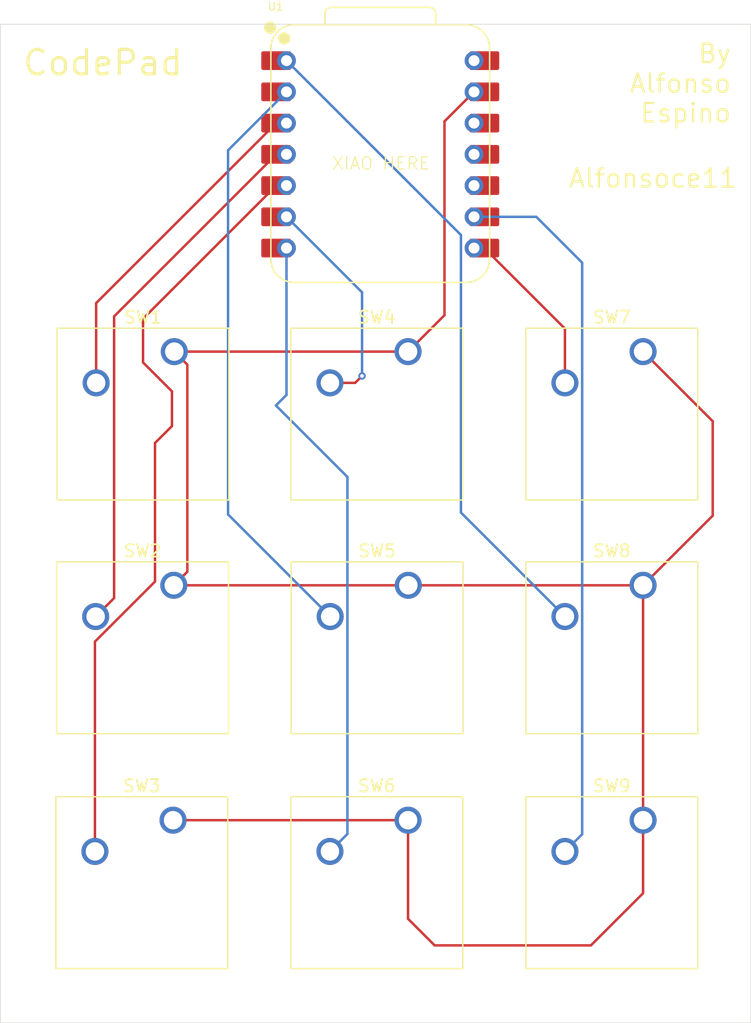
<source format=kicad_pcb>
(kicad_pcb (version 20241229) (generator "pcbnew") (generator_version "9.0")
  (layers (0 "F.Cu" signal) (2 "B.Cu" signal) (13 "F.Paste" user) (15 "B.Paste" user) (5 "F.SilkS" user "F.Silkscreen") (7 "B.SilkS" user "B.Silkscreen") (1 "F.Mask" user) (3 "B.Mask" user) (25 "Edge.Cuts" user))
  (net 0 "")
  (net 1 "Net-(U1-GPIO28{slash}ADC2{slash}A2)")
  (net 2 "GND")
  (net 3 "Net-(U1-GPIO29{slash}ADC3{slash}A3)")
  (net 4 "Net-(U1-GPIO6{slash}SDA)")
  (net 5 "Net-(U1-GPIO7{slash}SCL)")
  (net 6 "Net-(U1-GPIO27{slash}ADC1{slash}A1)")
  (net 7 "Net-(U1-GPIO0{slash}TX)")
  (net 8 "Net-(U1-GPIO1{slash}RX)")
  (net 9 "Net-(U1-GPIO26{slash}ADC0{slash}A0)")
  (net 10 "Net-(U1-GPIO2{slash}SCK)")
  (net 12 "+5V")
  (footprint "Button_Switch_Keyboard:SW_Cherry_MX_1.00u_PCB" (layer "F.Cu") (at 140.24 113.82)
    (property "Reference" "SW6" (at -2.54 -2.794 0) (layer "F.SilkS"))
    (property "Value" "SW_Push")
    (fp_line (start -9.525 -1.905) (end 4.445 -1.905) (stroke (width 0.12)) (layer "F.SilkS"))
    (fp_line (start -9.525 12.065) (end -9.525 -1.905) (stroke (width 0.12)) (layer "F.SilkS"))
    (fp_line (start 4.445 -1.905) (end 4.445 12.065) (stroke (width 0.12)) (layer "F.SilkS"))
    (fp_line (start 4.445 12.065) (end -9.525 12.065) (stroke (width 0.12)) (layer "F.SilkS"))
    (pad "" np_thru_hole circle (at -7.62 5.08) (size 1.7 1.7) (drill 1.7) (layers "*.Cu" "*.Mask"))
    (pad "" np_thru_hole circle (at -2.54 5.08) (size 4 4) (drill 4) (layers "*.Cu" "*.Mask"))
    (pad "" np_thru_hole circle (at 2.54 5.08) (size 1.7 1.7) (drill 1.7) (layers "*.Cu" "*.Mask"))
    (pad "1" thru_hole circle (at 0 0) (size 2.2 2.2) (drill 1.5) (layers "*.Cu" "*.Mask") (net 2 "GND"))
    (pad "2" thru_hole circle (at -6.35 2.54) (size 2.2 2.2) (drill 1.5) (layers "*.Cu" "*.Mask") (net 7 "Net-(U1-GPIO0{slash}TX)"))
  )
  (footprint "Button_Switch_Keyboard:SW_Cherry_MX_1.00u_PCB" (layer "F.Cu") (at 159.34 94.72)
    (property "Reference" "SW8" (at -2.54 -2.794 0) (layer "F.SilkS"))
    (property "Value" "SW_Push")
    (fp_line (start -9.525 -1.905) (end 4.445 -1.905) (stroke (width 0.12)) (layer "F.SilkS"))
    (fp_line (start -9.525 12.065) (end -9.525 -1.905) (stroke (width 0.12)) (layer "F.SilkS"))
    (fp_line (start 4.445 -1.905) (end 4.445 12.065) (stroke (width 0.12)) (layer "F.SilkS"))
    (fp_line (start 4.445 12.065) (end -9.525 12.065) (stroke (width 0.12)) (layer "F.SilkS"))
    (pad "" np_thru_hole circle (at -7.62 5.08) (size 1.7 1.7) (drill 1.7) (layers "*.Cu" "*.Mask"))
    (pad "" np_thru_hole circle (at -2.54 5.08) (size 4 4) (drill 4) (layers "*.Cu" "*.Mask"))
    (pad "" np_thru_hole circle (at 2.54 5.08) (size 1.7 1.7) (drill 1.7) (layers "*.Cu" "*.Mask"))
    (pad "1" thru_hole circle (at 0 0) (size 2.2 2.2) (drill 1.5) (layers "*.Cu" "*.Mask") (net 2 "GND"))
    (pad "2" thru_hole circle (at -6.35 2.54) (size 2.2 2.2) (drill 1.5) (layers "*.Cu" "*.Mask") (net 9 "Net-(U1-GPIO26{slash}ADC0{slash}A0)"))
  )
  (footprint "Button_Switch_Keyboard:SW_Cherry_MX_1.00u_PCB" (layer "F.Cu") (at 140.26 94.72)
    (property "Reference" "SW5" (at -2.54 -2.794 0) (layer "F.SilkS"))
    (property "Value" "SW_Push")
    (fp_line (start -9.525 -1.905) (end 4.445 -1.905) (stroke (width 0.12)) (layer "F.SilkS"))
    (fp_line (start -9.525 12.065) (end -9.525 -1.905) (stroke (width 0.12)) (layer "F.SilkS"))
    (fp_line (start 4.445 -1.905) (end 4.445 12.065) (stroke (width 0.12)) (layer "F.SilkS"))
    (fp_line (start 4.445 12.065) (end -9.525 12.065) (stroke (width 0.12)) (layer "F.SilkS"))
    (pad "" np_thru_hole circle (at -7.62 5.08) (size 1.7 1.7) (drill 1.7) (layers "*.Cu" "*.Mask"))
    (pad "" np_thru_hole circle (at -2.54 5.08) (size 4 4) (drill 4) (layers "*.Cu" "*.Mask"))
    (pad "" np_thru_hole circle (at 2.54 5.08) (size 1.7 1.7) (drill 1.7) (layers "*.Cu" "*.Mask"))
    (pad "1" thru_hole circle (at 0 0) (size 2.2 2.2) (drill 1.5) (layers "*.Cu" "*.Mask") (net 2 "GND"))
    (pad "2" thru_hole circle (at -6.35 2.54) (size 2.2 2.2) (drill 1.5) (layers "*.Cu" "*.Mask") (net 6 "Net-(U1-GPIO27{slash}ADC1{slash}A1)"))
  )
  (footprint "Button_Switch_Keyboard:SW_Cherry_MX_1.00u_PCB" (layer "F.Cu") (at 159.34 113.82)
    (property "Reference" "SW9" (at -2.54 -2.794 0) (layer "F.SilkS"))
    (property "Value" "SW_Push")
    (fp_line (start -9.525 -1.905) (end 4.445 -1.905) (stroke (width 0.12)) (layer "F.SilkS"))
    (fp_line (start -9.525 12.065) (end -9.525 -1.905) (stroke (width 0.12)) (layer "F.SilkS"))
    (fp_line (start 4.445 -1.905) (end 4.445 12.065) (stroke (width 0.12)) (layer "F.SilkS"))
    (fp_line (start 4.445 12.065) (end -9.525 12.065) (stroke (width 0.12)) (layer "F.SilkS"))
    (pad "" np_thru_hole circle (at -7.62 5.08) (size 1.7 1.7) (drill 1.7) (layers "*.Cu" "*.Mask"))
    (pad "" np_thru_hole circle (at -2.54 5.08) (size 4 4) (drill 4) (layers "*.Cu" "*.Mask"))
    (pad "" np_thru_hole circle (at 2.54 5.08) (size 1.7 1.7) (drill 1.7) (layers "*.Cu" "*.Mask"))
    (pad "1" thru_hole circle (at 0 0) (size 2.2 2.2) (drill 1.5) (layers "*.Cu" "*.Mask") (net 2 "GND"))
    (pad "2" thru_hole circle (at -6.35 2.54) (size 2.2 2.2) (drill 1.5) (layers "*.Cu" "*.Mask") (net 10 "Net-(U1-GPIO2{slash}SCK)"))
  )
  (footprint "Button_Switch_Keyboard:SW_Cherry_MX_1.00u_PCB" (layer "F.Cu") (at 159.34 75.72)
    (property "Reference" "SW7" (at -2.54 -2.794 0) (layer "F.SilkS"))
    (property "Value" "SW_Push")
    (fp_line (start -9.525 -1.905) (end 4.445 -1.905) (stroke (width 0.12)) (layer "F.SilkS"))
    (fp_line (start -9.525 12.065) (end -9.525 -1.905) (stroke (width 0.12)) (layer "F.SilkS"))
    (fp_line (start 4.445 -1.905) (end 4.445 12.065) (stroke (width 0.12)) (layer "F.SilkS"))
    (fp_line (start 4.445 12.065) (end -9.525 12.065) (stroke (width 0.12)) (layer "F.SilkS"))
    (pad "" np_thru_hole circle (at -7.62 5.08) (size 1.7 1.7) (drill 1.7) (layers "*.Cu" "*.Mask"))
    (pad "" np_thru_hole circle (at -2.54 5.08) (size 4 4) (drill 4) (layers "*.Cu" "*.Mask"))
    (pad "" np_thru_hole circle (at 2.54 5.08) (size 1.7 1.7) (drill 1.7) (layers "*.Cu" "*.Mask"))
    (pad "1" thru_hole circle (at 0 0) (size 2.2 2.2) (drill 1.5) (layers "*.Cu" "*.Mask") (net 2 "GND"))
    (pad "2" thru_hole circle (at -6.35 2.54) (size 2.2 2.2) (drill 1.5) (layers "*.Cu" "*.Mask") (net 8 "Net-(U1-GPIO1{slash}RX)"))
  )
  (footprint "Button_Switch_Keyboard:SW_Cherry_MX_1.00u_PCB" (layer "F.Cu") (at 121.14 113.82)
    (property "Reference" "SW3" (at -2.54 -2.794 0) (layer "F.SilkS"))
    (property "Value" "SW_Push")
    (fp_line (start -9.525 -1.905) (end 4.445 -1.905) (stroke (width 0.12)) (layer "F.SilkS"))
    (fp_line (start -9.525 12.065) (end -9.525 -1.905) (stroke (width 0.12)) (layer "F.SilkS"))
    (fp_line (start 4.445 -1.905) (end 4.445 12.065) (stroke (width 0.12)) (layer "F.SilkS"))
    (fp_line (start 4.445 12.065) (end -9.525 12.065) (stroke (width 0.12)) (layer "F.SilkS"))
    (pad "" np_thru_hole circle (at -7.62 5.08) (size 1.7 1.7) (drill 1.7) (layers "*.Cu" "*.Mask"))
    (pad "" np_thru_hole circle (at -2.54 5.08) (size 4 4) (drill 4) (layers "*.Cu" "*.Mask"))
    (pad "" np_thru_hole circle (at 2.54 5.08) (size 1.7 1.7) (drill 1.7) (layers "*.Cu" "*.Mask"))
    (pad "1" thru_hole circle (at 0 0) (size 2.2 2.2) (drill 1.5) (layers "*.Cu" "*.Mask") (net 2 "GND"))
    (pad "2" thru_hole circle (at -6.35 2.54) (size 2.2 2.2) (drill 1.5) (layers "*.Cu" "*.Mask") (net 4 "Net-(U1-GPIO6{slash}SDA)"))
  )
  (footprint "Button_Switch_Keyboard:SW_Cherry_MX_1.00u_PCB" (layer "F.Cu") (at 140.24 75.72)
    (property "Reference" "SW4" (at -2.54 -2.794 0) (layer "F.SilkS"))
    (property "Value" "SW_Push")
    (fp_line (start -9.525 -1.905) (end 4.445 -1.905) (stroke (width 0.12)) (layer "F.SilkS"))
    (fp_line (start -9.525 12.065) (end -9.525 -1.905) (stroke (width 0.12)) (layer "F.SilkS"))
    (fp_line (start 4.445 -1.905) (end 4.445 12.065) (stroke (width 0.12)) (layer "F.SilkS"))
    (fp_line (start 4.445 12.065) (end -9.525 12.065) (stroke (width 0.12)) (layer "F.SilkS"))
    (pad "" np_thru_hole circle (at -7.62 5.08) (size 1.7 1.7) (drill 1.7) (layers "*.Cu" "*.Mask"))
    (pad "" np_thru_hole circle (at -2.54 5.08) (size 4 4) (drill 4) (layers "*.Cu" "*.Mask"))
    (pad "" np_thru_hole circle (at 2.54 5.08) (size 1.7 1.7) (drill 1.7) (layers "*.Cu" "*.Mask"))
    (pad "1" thru_hole circle (at 0 0) (size 2.2 2.2) (drill 1.5) (layers "*.Cu" "*.Mask") (net 2 "GND"))
    (pad "2" thru_hole circle (at -6.35 2.54) (size 2.2 2.2) (drill 1.5) (layers "*.Cu" "*.Mask") (net 5 "Net-(U1-GPIO7{slash}SCL)"))
  )
  (footprint "Button_Switch_Keyboard:SW_Cherry_MX_1.00u_PCB" (layer "F.Cu") (at 121.24 75.72)
    (property "Reference" "SW1" (at -2.54 -2.794 0) (layer "F.SilkS"))
    (property "Value" "SW_Push")
    (fp_line (start -9.525 -1.905) (end 4.445 -1.905) (stroke (width 0.12)) (layer "F.SilkS"))
    (fp_line (start -9.525 12.065) (end -9.525 -1.905) (stroke (width 0.12)) (layer "F.SilkS"))
    (fp_line (start 4.445 -1.905) (end 4.445 12.065) (stroke (width 0.12)) (layer "F.SilkS"))
    (fp_line (start 4.445 12.065) (end -9.525 12.065) (stroke (width 0.12)) (layer "F.SilkS"))
    (pad "" np_thru_hole circle (at -7.62 5.08) (size 1.7 1.7) (drill 1.7) (layers "*.Cu" "*.Mask"))
    (pad "" np_thru_hole circle (at -2.54 5.08) (size 4 4) (drill 4) (layers "*.Cu" "*.Mask"))
    (pad "" np_thru_hole circle (at 2.54 5.08) (size 1.7 1.7) (drill 1.7) (layers "*.Cu" "*.Mask"))
    (pad "1" thru_hole circle (at 0 0) (size 2.2 2.2) (drill 1.5) (layers "*.Cu" "*.Mask") (net 2 "GND"))
    (pad "2" thru_hole circle (at -6.35 2.54) (size 2.2 2.2) (drill 1.5) (layers "*.Cu" "*.Mask") (net 1 "Net-(U1-GPIO28{slash}ADC2{slash}A2)"))
  )
  (footprint "Button_Switch_Keyboard:SW_Cherry_MX_1.00u_PCB" (layer "F.Cu") (at 121.2 94.72)
    (property "Reference" "SW2" (at -2.54 -2.794 0) (layer "F.SilkS"))
    (property "Value" "SW_Push")
    (fp_line (start -9.525 -1.905) (end 4.445 -1.905) (stroke (width 0.12)) (layer "F.SilkS"))
    (fp_line (start -9.525 12.065) (end -9.525 -1.905) (stroke (width 0.12)) (layer "F.SilkS"))
    (fp_line (start 4.445 -1.905) (end 4.445 12.065) (stroke (width 0.12)) (layer "F.SilkS"))
    (fp_line (start 4.445 12.065) (end -9.525 12.065) (stroke (width 0.12)) (layer "F.SilkS"))
    (pad "" np_thru_hole circle (at -7.62 5.08) (size 1.7 1.7) (drill 1.7) (layers "*.Cu" "*.Mask"))
    (pad "" np_thru_hole circle (at -2.54 5.08) (size 4 4) (drill 4) (layers "*.Cu" "*.Mask"))
    (pad "" np_thru_hole circle (at 2.54 5.08) (size 1.7 1.7) (drill 1.7) (layers "*.Cu" "*.Mask"))
    (pad "1" thru_hole circle (at 0 0) (size 2.2 2.2) (drill 1.5) (layers "*.Cu" "*.Mask") (net 2 "GND"))
    (pad "2" thru_hole circle (at -6.35 2.54) (size 2.2 2.2) (drill 1.5) (layers "*.Cu" "*.Mask") (net 3 "Net-(U1-GPIO29{slash}ADC3{slash}A3)"))
  )
  (footprint "OPL:XIAO-RP2040-DIP" (layer "F.Cu") (at 137.98 59.68)
    (property "Reference" "U1" (at -8.5 -12 0) (layer "F.SilkS") (effects (font (size 0.635 0.635) (thickness 0.1016))))
    (property "Value" "XIAO-RP2040-DIP")
    (fp_line (start -8.89 8.509) (end -8.89 -8.636) (stroke (width 0.127)) (layer "F.SilkS"))
    (fp_line (start -6.985 10.414) (end 6.985 10.414) (stroke (width 0.127)) (layer "F.SilkS"))
    (fp_line (start -4.495 -10.541) (end -4.491272 -11.451272) (stroke (width 0.127)) (layer "F.SilkS"))
    (fp_line (start -3.991272 -11.951) (end 4.004 -11.951) (stroke (width 0.127)) (layer "F.SilkS"))
    (fp_line (start 4.504 -11.451) (end 4.504 -10.541) (stroke (width 0.127)) (layer "F.SilkS"))
    (fp_line (start 6.985 -10.541) (end -6.985 -10.541) (stroke (width 0.1)) (layer "F.SilkS"))
    (fp_line (start 6.985 -10.541) (end -6.985 -10.541) (stroke (width 0.127)) (layer "F.SilkS"))
    (fp_line (start 8.89 8.509) (end 8.89 -8.636) (stroke (width 0.127)) (layer "F.SilkS"))
    (fp_arc (start -8.89 -8.636) (mid -8.332038 -9.983038) (end -6.985 -10.541) (stroke (width 0.127)) (layer "F.SilkS"))
    (fp_arc (start -6.985 10.414) (mid -8.332038 9.856038) (end -8.89 8.509) (stroke (width 0.127)) (layer "F.SilkS"))
    (fp_arc (start -4.491272 -11.451272) (mid -4.344728 -11.80464) (end -3.991272 -11.951) (stroke (width 0.127)) (layer "F.SilkS"))
    (fp_arc (start 4.004 -11.951) (mid 4.357553 -11.804553) (end 4.504 -11.451) (stroke (width 0.127)) (layer "F.SilkS"))
    (fp_arc (start 6.985 -10.541) (mid 8.332038 -9.983038) (end 8.89 -8.636) (stroke (width 0.127)) (layer "F.SilkS"))
    (fp_arc (start 8.89 8.509) (mid 8.332038 9.856038) (end 6.985 10.414) (stroke (width 0.127)) (layer "F.SilkS"))
    (fp_circle (center -8.95 -10.3) (end -8.95 -10.554) (stroke (width 0.5)) (fill yes) (layer "F.SilkS"))
    (fp_circle (center -7.807 -9.42) (end -7.807 -9.674) (stroke (width 0.5)) (fill yes) (layer "F.SilkS"))
    (pad "1" smd roundrect (at -8.455 -7.62 180) (size 2.432 1.524) (layers "F.Cu" "F.Mask") (roundrect_rratio 0.1) (net 9 "Net-(U1-GPIO26{slash}ADC0{slash}A0)"))
    (pad "1" thru_hole circle (at -7.62 -7.62 180) (size 1.524 1.524) (drill 0.889) (layers "*.Cu" "*.Mask") (net 9 "Net-(U1-GPIO26{slash}ADC0{slash}A0)"))
    (pad "2" smd roundrect (at -8.455 -5.08 180) (size 2.432 1.524) (layers "F.Cu" "F.Mask") (roundrect_rratio 0.1) (net 6 "Net-(U1-GPIO27{slash}ADC1{slash}A1)"))
    (pad "2" thru_hole circle (at -7.62 -5.08 180) (size 1.524 1.524) (drill 0.889) (layers "*.Cu" "*.Mask") (net 6 "Net-(U1-GPIO27{slash}ADC1{slash}A1)"))
    (pad "3" smd roundrect (at -8.455 -2.54 180) (size 2.432 1.524) (layers "F.Cu" "F.Mask") (roundrect_rratio 0.1) (net 1 "Net-(U1-GPIO28{slash}ADC2{slash}A2)"))
    (pad "3" thru_hole circle (at -7.62 -2.54 180) (size 1.524 1.524) (drill 0.889) (layers "*.Cu" "*.Mask") (net 1 "Net-(U1-GPIO28{slash}ADC2{slash}A2)"))
    (pad "4" smd roundrect (at -8.455 0 180) (size 2.432 1.524) (layers "F.Cu" "F.Mask") (roundrect_rratio 0.1) (net 3 "Net-(U1-GPIO29{slash}ADC3{slash}A3)"))
    (pad "4" thru_hole circle (at -7.62 0 180) (size 1.524 1.524) (drill 0.889) (layers "*.Cu" "*.Mask") (net 3 "Net-(U1-GPIO29{slash}ADC3{slash}A3)"))
    (pad "5" smd roundrect (at -8.455 2.54 180) (size 2.432 1.524) (layers "F.Cu" "F.Mask") (roundrect_rratio 0.1) (net 4 "Net-(U1-GPIO6{slash}SDA)"))
    (pad "5" thru_hole circle (at -7.62 2.54 180) (size 1.524 1.524) (drill 0.889) (layers "*.Cu" "*.Mask") (net 4 "Net-(U1-GPIO6{slash}SDA)"))
    (pad "6" smd roundrect (at -8.455 5.08 180) (size 2.432 1.524) (layers "F.Cu" "F.Mask") (roundrect_rratio 0.1) (net 5 "Net-(U1-GPIO7{slash}SCL)"))
    (pad "6" thru_hole circle (at -7.62 5.08 180) (size 1.524 1.524) (drill 0.889) (layers "*.Cu" "*.Mask") (net 5 "Net-(U1-GPIO7{slash}SCL)"))
    (pad "7" smd roundrect (at -8.455 7.62 180) (size 2.432 1.524) (layers "F.Cu" "F.Mask") (roundrect_rratio 0.1) (net 7 "Net-(U1-GPIO0{slash}TX)"))
    (pad "7" thru_hole circle (at -7.62 7.62 180) (size 1.524 1.524) (drill 0.889) (layers "*.Cu" "*.Mask") (net 7 "Net-(U1-GPIO0{slash}TX)"))
    (pad "8" thru_hole circle (at 7.62 7.62) (size 1.524 1.524) (drill 0.889) (layers "*.Cu" "*.Mask") (net 8 "Net-(U1-GPIO1{slash}RX)"))
    (pad "8" smd roundrect (at 8.455 7.62) (size 2.432 1.524) (layers "F.Cu" "F.Mask") (roundrect_rratio 0.1) (net 8 "Net-(U1-GPIO1{slash}RX)"))
    (pad "9" thru_hole circle (at 7.62 5.08) (size 1.524 1.524) (drill 0.889) (layers "*.Cu" "*.Mask") (net 10 "Net-(U1-GPIO2{slash}SCK)"))
    (pad "9" smd roundrect (at 8.455 5.08) (size 2.432 1.524) (layers "F.Cu" "F.Mask") (roundrect_rratio 0.1) (net 10 "Net-(U1-GPIO2{slash}SCK)"))
    (pad "10" thru_hole circle (at 7.62 2.54) (size 1.524 1.524) (drill 0.889) (layers "*.Cu" "*.Mask"))
    (pad "10" smd roundrect (at 8.455 2.54) (size 2.432 1.524) (layers "F.Cu" "F.Mask") (roundrect_rratio 0.1))
    (pad "11" thru_hole circle (at 7.62 0) (size 1.524 1.524) (drill 0.889) (layers "*.Cu" "*.Mask"))
    (pad "11" smd roundrect (at 8.455 0) (size 2.432 1.524) (layers "F.Cu" "F.Mask") (roundrect_rratio 0.1))
    (pad "12" thru_hole circle (at 7.62 -2.54) (size 1.524 1.524) (drill 0.889) (layers "*.Cu" "*.Mask"))
    (pad "12" smd roundrect (at 8.455 -2.54) (size 2.432 1.524) (layers "F.Cu" "F.Mask") (roundrect_rratio 0.1))
    (pad "13" thru_hole circle (at 7.62 -5.08) (size 1.524 1.524) (drill 0.889) (layers "*.Cu" "*.Mask") (net 2 "GND"))
    (pad "13" smd roundrect (at 8.455 -5.08) (size 2.432 1.524) (layers "F.Cu" "F.Mask") (roundrect_rratio 0.1) (net 2 "GND"))
    (pad "14" thru_hole circle (at 7.62 -7.62) (size 1.524 1.524) (drill 0.889) (layers "*.Cu" "*.Mask") (net 12 "+5V"))
    (pad "14" smd roundrect (at 8.455 -7.62) (size 2.432 1.524) (layers "F.Cu" "F.Mask") (roundrect_rratio 0.1) (net 12 "+5V"))
  )
  (gr_rect (start 107.1 49.1) (end 168.1 130.3) (stroke (width 0.05)) (fill no) (layer "Edge.Cuts"))
  (gr_text "XIAO HERE" (at 134 61 0) (layer "F.SilkS") (effects (font (size 1 1) (thickness 0.1)) (justify left bottom)))
  (gr_text "Alfonsoce11" (at 153.2 62.5 0) (layer "F.SilkS") (effects (font (size 1.5 1.5) (thickness 0.1875)) (justify left bottom)))
  (gr_text "CodePad" (at 108.8 53.4 0) (layer "F.SilkS") (effects (font (size 2 2) (thickness 0.25)) (justify left bottom)))
  (gr_text "By\nAlfonso\nEspino" (at 166.6 57.2 0) (layer "F.SilkS") (effects (font (size 1.5 1.5) (thickness 0.1875)) (justify right bottom)))
  (segment (start 114.89 71.775) (end 129.525 57.14) (width 0.2) (layer "F.Cu") (net 1))
  (segment (start 114.89 78.26) (end 114.89 71.775) (width 0.2) (layer "F.Cu") (net 1))
  (segment (start 159.34 113.82) (end 159.34 94.72) (width 0.2) (layer "F.Cu") (net 2))
  (segment (start 140.26 94.72) (end 121.2 94.72) (width 0.2) (layer "F.Cu") (net 2))
  (segment (start 155.1 124) (end 142.4 124) (width 0.2) (layer "F.Cu") (net 2))
  (segment (start 121.2 94.72) (end 122.299999 93.620001) (width 0.2) (layer "F.Cu") (net 2))
  (segment (start 121.24 75.72) (end 140.24 75.72) (width 0.2) (layer "F.Cu") (net 2))
  (segment (start 140.24 75.72) (end 143.2 72.76) (width 0.2) (layer "F.Cu") (net 2))
  (segment (start 142.4 124) (end 140.24 121.84) (width 0.2) (layer "F.Cu") (net 2))
  (segment (start 143.2 72.76) (end 143.2 57) (width 0.2) (layer "F.Cu") (net 2))
  (segment (start 165 81.38) (end 165 89.06) (width 0.2) (layer "F.Cu") (net 2))
  (segment (start 159.34 119.76) (end 155.1 124) (width 0.2) (layer "F.Cu") (net 2))
  (segment (start 143.2 57) (end 145.6 54.6) (width 0.2) (layer "F.Cu") (net 2))
  (segment (start 159.34 113.82) (end 159.34 119.76) (width 0.2) (layer "F.Cu") (net 2))
  (segment (start 122.299999 93.620001) (end 122.299999 76.779999) (width 0.2) (layer "F.Cu") (net 2))
  (segment (start 165 89.06) (end 159.34 94.72) (width 0.2) (layer "F.Cu") (net 2))
  (segment (start 122.299999 76.779999) (end 121.24 75.72) (width 0.2) (layer "F.Cu") (net 2))
  (segment (start 159.34 75.72) (end 165 81.38) (width 0.2) (layer "F.Cu") (net 2))
  (segment (start 159.34 94.72) (end 140.26 94.72) (width 0.2) (layer "F.Cu") (net 2))
  (segment (start 140.24 121.84) (end 140.24 113.82) (width 0.2) (layer "F.Cu") (net 2))
  (segment (start 140.24 113.82) (end 121.14 113.82) (width 0.2) (layer "F.Cu") (net 2))
  (segment (start 129.525 59.68) (end 116.349 72.856) (width 0.2) (layer "F.Cu") (net 3))
  (segment (start 116.349 95.761) (end 114.85 97.26) (width 0.2) (layer "F.Cu") (net 3))
  (segment (start 116.349 72.856) (end 116.349 95.761) (width 0.2) (layer "F.Cu") (net 3))
  (segment (start 114.79 116.36) (end 114.79 99.301314) (width 0.2) (layer "F.Cu") (net 4))
  (segment (start 119.673816 94.417498) (end 119.673816 83.151) (width 0.2) (layer "F.Cu") (net 4))
  (segment (start 121.051 78.951) (end 118.7 76.6) (width 0.2) (layer "F.Cu") (net 4))
  (segment (start 119.673816 83.151) (end 121.051 81.773816) (width 0.2) (layer "F.Cu") (net 4))
  (segment (start 114.79 99.301314) (end 119.673816 94.417498) (width 0.2) (layer "F.Cu") (net 4))
  (segment (start 121.051 81.773816) (end 121.051 78.951) (width 0.2) (layer "F.Cu") (net 4))
  (segment (start 118.7 76.6) (end 118.7 73.045) (width 0.2) (layer "F.Cu") (net 4))
  (segment (start 118.7 73.045) (end 129.525 62.22) (width 0.2) (layer "F.Cu") (net 4))
  (segment (start 133.89 78.26) (end 135.94 78.26) (width 0.2) (layer "F.Cu") (net 5))
  (segment (start 135.94 78.26) (end 136.5 77.7) (width 0.2) (layer "F.Cu") (net 5))
  (via (at 136.5 77.7) (size 0.6) (drill 0.3) (layers "F.Cu" "B.Cu") (net 5))
  (segment (start 136.5 70.9) (end 130.36 64.76) (width 0.2) (layer "B.Cu") (net 5))
  (segment (start 136.5 77.7) (end 136.5 70.9) (width 0.2) (layer "B.Cu") (net 5))
  (segment (start 125.611314 59.348686) (end 130.36 54.6) (width 0.2) (layer "B.Cu") (net 6))
  (segment (start 125.611314 88.961314) (end 125.611314 59.348686) (width 0.2) (layer "B.Cu") (net 6))
  (segment (start 133.91 97.26) (end 125.611314 88.961314) (width 0.2) (layer "B.Cu") (net 6))
  (segment (start 129.5 80.1) (end 130.36 79.24) (width 0.2) (layer "B.Cu") (net 7))
  (segment (start 133.89 116.36) (end 135.311 114.939) (width 0.2) (layer "B.Cu") (net 7))
  (segment (start 130.36 79.24) (end 130.36 67.3) (width 0.2) (layer "B.Cu") (net 7))
  (segment (start 135.311 85.911) (end 129.5 80.1) (width 0.2) (layer "B.Cu") (net 7))
  (segment (start 135.311 114.939) (end 135.311 85.911) (width 0.2) (layer "B.Cu") (net 7))
  (segment (start 152.99 78.26) (end 152.99 73.855) (width 0.2) (layer "F.Cu") (net 8))
  (segment (start 152.99 73.855) (end 146.435 67.3) (width 0.2) (layer "F.Cu") (net 8))
  (segment (start 144.537 88.807) (end 152.99 97.26) (width 0.2) (layer "B.Cu") (net 9))
  (segment (start 130.36 52.06) (end 144.537 66.237) (width 0.2) (layer "B.Cu") (net 9))
  (segment (start 144.537 66.237) (end 144.537 88.807) (width 0.2) (layer "B.Cu") (net 9))
  (segment (start 150.66 64.76) (end 145.6 64.76) (width 0.2) (layer "B.Cu") (net 10))
  (segment (start 154.391 114.959) (end 154.391 68.491) (width 0.2) (layer "B.Cu") (net 10))
  (segment (start 154.391 68.491) (end 150.66 64.76) (width 0.2) (layer "B.Cu") (net 10))
  (segment (start 152.99 116.36) (end 154.391 114.959) (width 0.2) (layer "B.Cu") (net 10))
)
</source>
